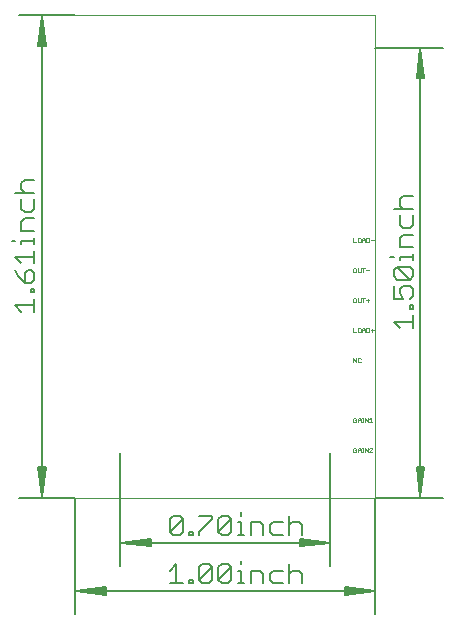
<source format=gbo>
G75*
%MOIN*%
%OFA0B0*%
%FSLAX25Y25*%
%IPPOS*%
%LPD*%
%AMOC8*
5,1,8,0,0,1.08239X$1,22.5*
%
%ADD10C,0.00000*%
%ADD11C,0.00100*%
%ADD12C,0.00512*%
%ADD13C,0.00600*%
D10*
X0023795Y0040133D02*
X0123795Y0040133D01*
X0123795Y0200933D01*
X0023795Y0200933D01*
D11*
X0116345Y0126684D02*
X0116345Y0125183D01*
X0117346Y0125183D01*
X0117818Y0125433D02*
X0118069Y0125183D01*
X0118569Y0125183D01*
X0118819Y0125433D01*
X0118819Y0126434D01*
X0118569Y0126684D01*
X0118069Y0126684D01*
X0117818Y0126434D01*
X0117818Y0125433D01*
X0119292Y0125183D02*
X0119292Y0126184D01*
X0119792Y0126684D01*
X0120292Y0126184D01*
X0120292Y0125183D01*
X0120765Y0125183D02*
X0121516Y0125183D01*
X0121766Y0125433D01*
X0121766Y0126434D01*
X0121516Y0126684D01*
X0120765Y0126684D01*
X0120765Y0125183D01*
X0120292Y0125934D02*
X0119292Y0125934D01*
X0122238Y0125934D02*
X0123239Y0125934D01*
X0120292Y0116684D02*
X0119292Y0116684D01*
X0118819Y0116684D02*
X0118819Y0115433D01*
X0118569Y0115183D01*
X0118069Y0115183D01*
X0117818Y0115433D01*
X0117818Y0116684D01*
X0117346Y0116434D02*
X0117096Y0116684D01*
X0116595Y0116684D01*
X0116345Y0116434D01*
X0116345Y0115433D01*
X0116595Y0115183D01*
X0117096Y0115183D01*
X0117346Y0115433D01*
X0117346Y0116434D01*
X0119792Y0116684D02*
X0119792Y0115183D01*
X0120765Y0115934D02*
X0121766Y0115934D01*
X0120292Y0106684D02*
X0119292Y0106684D01*
X0118819Y0106684D02*
X0118819Y0105433D01*
X0118569Y0105183D01*
X0118069Y0105183D01*
X0117818Y0105433D01*
X0117818Y0106684D01*
X0117346Y0106434D02*
X0117096Y0106684D01*
X0116595Y0106684D01*
X0116345Y0106434D01*
X0116345Y0105433D01*
X0116595Y0105183D01*
X0117096Y0105183D01*
X0117346Y0105433D01*
X0117346Y0106434D01*
X0119792Y0106684D02*
X0119792Y0105183D01*
X0120765Y0105934D02*
X0121766Y0105934D01*
X0121265Y0106434D02*
X0121265Y0105433D01*
X0121516Y0096684D02*
X0120765Y0096684D01*
X0120765Y0095183D01*
X0121516Y0095183D01*
X0121766Y0095433D01*
X0121766Y0096434D01*
X0121516Y0096684D01*
X0122238Y0095934D02*
X0123239Y0095934D01*
X0122739Y0096434D02*
X0122739Y0095433D01*
X0120292Y0095183D02*
X0120292Y0096184D01*
X0119792Y0096684D01*
X0119292Y0096184D01*
X0119292Y0095183D01*
X0118819Y0095433D02*
X0118819Y0096434D01*
X0118569Y0096684D01*
X0118069Y0096684D01*
X0117818Y0096434D01*
X0117818Y0095433D01*
X0118069Y0095183D01*
X0118569Y0095183D01*
X0118819Y0095433D01*
X0119292Y0095934D02*
X0120292Y0095934D01*
X0117346Y0095183D02*
X0116345Y0095183D01*
X0116345Y0096684D01*
X0116345Y0086684D02*
X0117346Y0085183D01*
X0117346Y0086684D01*
X0117818Y0086434D02*
X0117818Y0085433D01*
X0118069Y0085183D01*
X0118569Y0085183D01*
X0118819Y0085433D01*
X0118819Y0086434D02*
X0118569Y0086684D01*
X0118069Y0086684D01*
X0117818Y0086434D01*
X0116345Y0086684D02*
X0116345Y0085183D01*
X0116595Y0066684D02*
X0116345Y0066434D01*
X0116345Y0065433D01*
X0116595Y0065183D01*
X0117096Y0065183D01*
X0117346Y0065433D01*
X0117346Y0065934D01*
X0116846Y0065934D01*
X0117346Y0066434D02*
X0117096Y0066684D01*
X0116595Y0066684D01*
X0117818Y0066184D02*
X0118319Y0066684D01*
X0118819Y0066184D01*
X0118819Y0065183D01*
X0119292Y0065183D02*
X0119792Y0065183D01*
X0119542Y0065183D02*
X0119542Y0066684D01*
X0119292Y0066684D02*
X0119792Y0066684D01*
X0120274Y0066684D02*
X0121275Y0065183D01*
X0121275Y0066684D01*
X0121747Y0066184D02*
X0122247Y0066684D01*
X0122247Y0065183D01*
X0121747Y0065183D02*
X0122748Y0065183D01*
X0120274Y0065183D02*
X0120274Y0066684D01*
X0118819Y0065934D02*
X0117818Y0065934D01*
X0117818Y0066184D02*
X0117818Y0065183D01*
X0118319Y0056684D02*
X0118819Y0056184D01*
X0118819Y0055183D01*
X0119292Y0055183D02*
X0119792Y0055183D01*
X0119542Y0055183D02*
X0119542Y0056684D01*
X0119292Y0056684D02*
X0119792Y0056684D01*
X0120274Y0056684D02*
X0121275Y0055183D01*
X0121275Y0056684D01*
X0121747Y0056434D02*
X0121997Y0056684D01*
X0122498Y0056684D01*
X0122748Y0056434D01*
X0122748Y0056184D01*
X0121747Y0055183D01*
X0122748Y0055183D01*
X0120274Y0055183D02*
X0120274Y0056684D01*
X0118819Y0055934D02*
X0117818Y0055934D01*
X0117818Y0056184D02*
X0118319Y0056684D01*
X0117818Y0056184D02*
X0117818Y0055183D01*
X0117346Y0055433D02*
X0117346Y0055934D01*
X0116846Y0055934D01*
X0117346Y0056434D02*
X0117096Y0056684D01*
X0116595Y0056684D01*
X0116345Y0056434D01*
X0116345Y0055433D01*
X0116595Y0055183D01*
X0117096Y0055183D01*
X0117346Y0055433D01*
D12*
X0023795Y0040133D02*
X0023795Y0001256D01*
X0024051Y0008933D02*
X0034031Y0007909D01*
X0034031Y0007676D02*
X0024051Y0008933D01*
X0034031Y0009957D01*
X0034031Y0010190D02*
X0034031Y0007676D01*
X0034031Y0008421D02*
X0024051Y0008933D01*
X0034031Y0009445D01*
X0034031Y0010190D02*
X0024051Y0008933D01*
X0123539Y0008933D01*
X0113559Y0007909D01*
X0113559Y0007676D02*
X0123539Y0008933D01*
X0113559Y0009957D01*
X0113559Y0010190D02*
X0113559Y0007676D01*
X0113559Y0008421D02*
X0123539Y0008933D01*
X0113559Y0009445D01*
X0113559Y0010190D02*
X0123539Y0008933D01*
X0123795Y0001256D02*
X0123795Y0040133D01*
X0146472Y0040133D01*
X0138795Y0040389D02*
X0139819Y0050369D01*
X0140052Y0050369D02*
X0138795Y0040389D01*
X0137772Y0050369D01*
X0137538Y0050369D02*
X0140052Y0050369D01*
X0139307Y0050369D02*
X0138795Y0040389D01*
X0138283Y0050369D01*
X0137538Y0050369D02*
X0138795Y0040389D01*
X0138795Y0189877D01*
X0139819Y0179897D01*
X0140052Y0179897D02*
X0138795Y0189877D01*
X0137772Y0179897D01*
X0137538Y0179897D02*
X0140052Y0179897D01*
X0139307Y0179897D02*
X0138795Y0189877D01*
X0138283Y0179897D01*
X0137538Y0179897D02*
X0138795Y0189877D01*
X0146472Y0190133D02*
X0123795Y0190133D01*
X0023795Y0200933D02*
X0004918Y0200933D01*
X0012595Y0200677D02*
X0011572Y0190697D01*
X0011338Y0190697D02*
X0013852Y0190697D01*
X0012595Y0200677D01*
X0013619Y0190697D01*
X0013107Y0190697D02*
X0012595Y0200677D01*
X0012083Y0190697D01*
X0011338Y0190697D02*
X0012595Y0200677D01*
X0012595Y0040389D01*
X0013619Y0050369D01*
X0013852Y0050369D02*
X0012595Y0040389D01*
X0011572Y0050369D01*
X0011338Y0050369D02*
X0013852Y0050369D01*
X0013107Y0050369D02*
X0012595Y0040389D01*
X0012083Y0050369D01*
X0011338Y0050369D02*
X0012595Y0040389D01*
X0004918Y0040133D02*
X0023795Y0040133D01*
X0038795Y0055133D02*
X0038795Y0017456D01*
X0039051Y0025133D02*
X0049031Y0024109D01*
X0049031Y0023876D02*
X0039051Y0025133D01*
X0049031Y0026157D01*
X0049031Y0026390D02*
X0049031Y0023876D01*
X0049031Y0024621D02*
X0039051Y0025133D01*
X0049031Y0025645D01*
X0049031Y0026390D02*
X0039051Y0025133D01*
X0108539Y0025133D01*
X0098559Y0024109D01*
X0098559Y0023876D02*
X0108539Y0025133D01*
X0098559Y0026157D01*
X0098559Y0026390D02*
X0098559Y0023876D01*
X0098559Y0024621D02*
X0108539Y0025133D01*
X0098559Y0025645D01*
X0098559Y0026390D02*
X0108539Y0025133D01*
X0108795Y0017456D02*
X0108795Y0055133D01*
D13*
X0095059Y0034100D02*
X0095059Y0027695D01*
X0092884Y0027695D02*
X0089681Y0027695D01*
X0088614Y0028762D01*
X0088614Y0030898D01*
X0089681Y0031965D01*
X0092884Y0031965D01*
X0095059Y0030898D02*
X0096127Y0031965D01*
X0098262Y0031965D01*
X0099330Y0030898D01*
X0099330Y0027695D01*
X0095059Y0017900D02*
X0095059Y0011495D01*
X0092884Y0011495D02*
X0089681Y0011495D01*
X0088614Y0012562D01*
X0088614Y0014698D01*
X0089681Y0015765D01*
X0092884Y0015765D01*
X0095059Y0014698D02*
X0096127Y0015765D01*
X0098262Y0015765D01*
X0099330Y0014698D01*
X0099330Y0011495D01*
X0086439Y0011495D02*
X0086439Y0014698D01*
X0085371Y0015765D01*
X0082168Y0015765D01*
X0082168Y0011495D01*
X0080007Y0011495D02*
X0077871Y0011495D01*
X0078939Y0011495D02*
X0078939Y0015765D01*
X0077871Y0015765D01*
X0078939Y0017900D02*
X0078939Y0018968D01*
X0075696Y0016833D02*
X0071426Y0012562D01*
X0072493Y0011495D01*
X0074629Y0011495D01*
X0075696Y0012562D01*
X0075696Y0016833D01*
X0074629Y0017900D01*
X0072493Y0017900D01*
X0071426Y0016833D01*
X0071426Y0012562D01*
X0069251Y0012562D02*
X0069251Y0016833D01*
X0064980Y0012562D01*
X0066048Y0011495D01*
X0068183Y0011495D01*
X0069251Y0012562D01*
X0069251Y0016833D02*
X0068183Y0017900D01*
X0066048Y0017900D01*
X0064980Y0016833D01*
X0064980Y0012562D01*
X0062825Y0012562D02*
X0062825Y0011495D01*
X0061758Y0011495D01*
X0061758Y0012562D01*
X0062825Y0012562D01*
X0059582Y0011495D02*
X0055312Y0011495D01*
X0057447Y0011495D02*
X0057447Y0017900D01*
X0055312Y0015765D01*
X0056380Y0027695D02*
X0055312Y0028762D01*
X0059582Y0033033D01*
X0059582Y0028762D01*
X0058515Y0027695D01*
X0056380Y0027695D01*
X0055312Y0028762D02*
X0055312Y0033033D01*
X0056380Y0034100D01*
X0058515Y0034100D01*
X0059582Y0033033D01*
X0061758Y0028762D02*
X0062825Y0028762D01*
X0062825Y0027695D01*
X0061758Y0027695D01*
X0061758Y0028762D01*
X0064980Y0028762D02*
X0064980Y0027695D01*
X0064980Y0028762D02*
X0069251Y0033033D01*
X0069251Y0034100D01*
X0064980Y0034100D01*
X0071426Y0033033D02*
X0071426Y0028762D01*
X0075696Y0033033D01*
X0075696Y0028762D01*
X0074629Y0027695D01*
X0072493Y0027695D01*
X0071426Y0028762D01*
X0071426Y0033033D02*
X0072493Y0034100D01*
X0074629Y0034100D01*
X0075696Y0033033D01*
X0077871Y0031965D02*
X0078939Y0031965D01*
X0078939Y0027695D01*
X0077871Y0027695D02*
X0080007Y0027695D01*
X0082168Y0027695D02*
X0082168Y0031965D01*
X0085371Y0031965D01*
X0086439Y0030898D01*
X0086439Y0027695D01*
X0078939Y0034100D02*
X0078939Y0035168D01*
X0131963Y0096650D02*
X0129828Y0098785D01*
X0136233Y0098785D01*
X0136233Y0096650D02*
X0136233Y0100920D01*
X0136233Y0103096D02*
X0135166Y0103096D01*
X0135166Y0104163D01*
X0136233Y0104163D01*
X0136233Y0103096D01*
X0135166Y0106318D02*
X0136233Y0107386D01*
X0136233Y0109521D01*
X0135166Y0110589D01*
X0133031Y0110589D01*
X0131963Y0109521D01*
X0131963Y0108453D01*
X0133031Y0106318D01*
X0129828Y0106318D01*
X0129828Y0110589D01*
X0130895Y0112764D02*
X0129828Y0113831D01*
X0129828Y0115967D01*
X0130895Y0117034D01*
X0135166Y0112764D01*
X0136233Y0113831D01*
X0136233Y0115967D01*
X0135166Y0117034D01*
X0130895Y0117034D01*
X0131963Y0119209D02*
X0131963Y0120277D01*
X0136233Y0120277D01*
X0136233Y0121344D02*
X0136233Y0119209D01*
X0136233Y0123506D02*
X0131963Y0123506D01*
X0131963Y0126709D01*
X0133031Y0127777D01*
X0136233Y0127777D01*
X0135166Y0129952D02*
X0136233Y0131019D01*
X0136233Y0134222D01*
X0136233Y0136397D02*
X0129828Y0136397D01*
X0131963Y0137465D02*
X0131963Y0139600D01*
X0133031Y0140668D01*
X0136233Y0140668D01*
X0131963Y0137465D02*
X0133031Y0136397D01*
X0131963Y0134222D02*
X0131963Y0131019D01*
X0133031Y0129952D01*
X0135166Y0129952D01*
X0129828Y0120277D02*
X0128760Y0120277D01*
X0130895Y0112764D02*
X0135166Y0112764D01*
X0010033Y0112786D02*
X0010033Y0114921D01*
X0008966Y0115989D01*
X0007898Y0115989D01*
X0006831Y0114921D01*
X0006831Y0111718D01*
X0008966Y0111718D01*
X0010033Y0112786D01*
X0010033Y0109563D02*
X0010033Y0108496D01*
X0008966Y0108496D01*
X0008966Y0109563D01*
X0010033Y0109563D01*
X0010033Y0106320D02*
X0010033Y0102050D01*
X0010033Y0104185D02*
X0003628Y0104185D01*
X0005763Y0102050D01*
X0006831Y0111718D02*
X0004695Y0113853D01*
X0003628Y0115989D01*
X0005763Y0118164D02*
X0003628Y0120299D01*
X0010033Y0120299D01*
X0010033Y0118164D02*
X0010033Y0122434D01*
X0010033Y0124609D02*
X0010033Y0126744D01*
X0010033Y0125677D02*
X0005763Y0125677D01*
X0005763Y0124609D01*
X0003628Y0125677D02*
X0002560Y0125677D01*
X0005763Y0128906D02*
X0005763Y0132109D01*
X0006831Y0133177D01*
X0010033Y0133177D01*
X0008966Y0135352D02*
X0010033Y0136419D01*
X0010033Y0139622D01*
X0010033Y0141797D02*
X0003628Y0141797D01*
X0005763Y0142865D02*
X0005763Y0145000D01*
X0006831Y0146068D01*
X0010033Y0146068D01*
X0005763Y0142865D02*
X0006831Y0141797D01*
X0005763Y0139622D02*
X0005763Y0136419D01*
X0006831Y0135352D01*
X0008966Y0135352D01*
X0010033Y0128906D02*
X0005763Y0128906D01*
M02*

</source>
